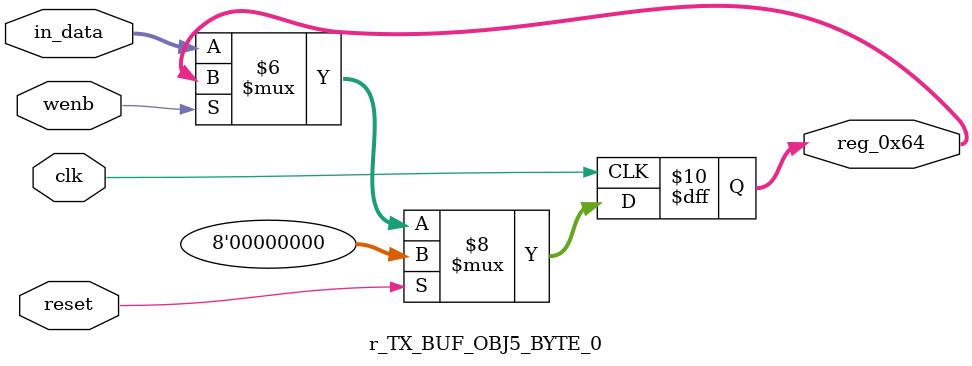
<source format=v>
module r_TX_BUF_OBJ5_BYTE_0(output reg [7:0] reg_0x64, input wire reset, input wire wenb, input wire [7:0] in_data, input wire clk);
	always@(posedge clk)
	begin
		if(reset==0) begin
			if(wenb==0)
				reg_0x64<=in_data;
			else
				reg_0x64<=reg_0x64;
		end
		else
			reg_0x64<=8'h00;
	end
endmodule
</source>
